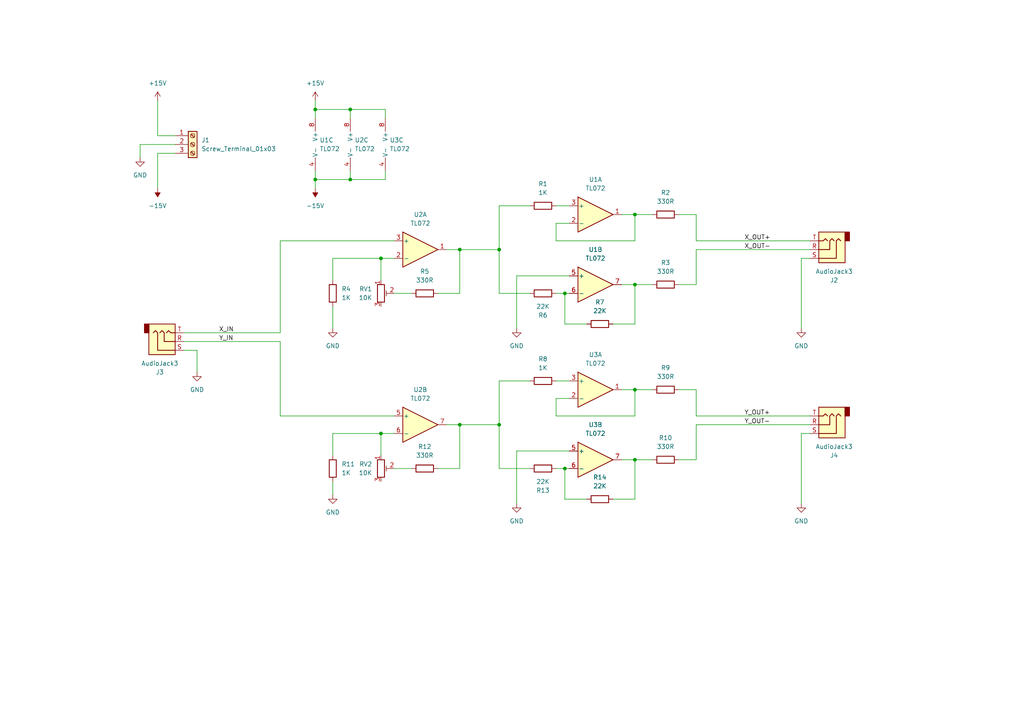
<source format=kicad_sch>
(kicad_sch (version 20250114) (generator "eeschema") (generator_version "9.0")
  (paper "A4")
  (lib_symbols
    (symbol "Amplifier_Operational:TL072" (pin_names (offset 0.127))
      (property "Reference" "U" (at 0 5.08 0))
      (property "Value" "TL072" (at 0 -5.08 0))
      (symbol "TL072_1_1"
        (polyline (pts (xy -5.08 5.08) (xy 5.08 0) (xy -5.08 -5.08) (xy -5.08 5.08)) (stroke (width 0.254)) (fill (type background)))
        (pin input line (at -7.62 2.54 0) (length 2.54) (name "+") (number "3"))
        (pin input line (at -7.62 -2.54 0) (length 2.54) (name "-") (number "2"))
        (pin output line (at 7.62 0 180) (length 2.54) (name "~") (number "1"))
      )
      (symbol "TL072_2_1"
        (polyline (pts (xy -5.08 5.08) (xy 5.08 0) (xy -5.08 -5.08) (xy -5.08 5.08)) (stroke (width 0.254)) (fill (type background)))
        (pin input line (at -7.62 2.54 0) (length 2.54) (name "+") (number "5"))
        (pin input line (at -7.62 -2.54 0) (length 2.54) (name "-") (number "6"))
        (pin output line (at 7.62 0 180) (length 2.54) (name "~") (number "7"))
      )
      (symbol "TL072_3_1"
        (pin power_in line (at -2.54 7.62 270) (length 3.81) (name "V+") (number "8"))
        (pin power_in line (at -2.54 -7.62 90) (length 3.81) (name "V-") (number "4"))
      )
    )
    (symbol "Connector:Screw_Terminal_01x03" (pin_names (offset 1.016) (hide yes))
      (property "Reference" "J" (at 0 5.08 0))
      (property "Value" "Screw_Terminal_01x03" (at 0 -5.08 0))
      (symbol "Screw_Terminal_01x03_1_1"
        (rectangle (start -1.27 3.81) (end 1.27 -3.81) (stroke (width 0.254)) (fill (type background)))
        (polyline (pts (xy -0.5334 2.8702) (xy 0.3302 2.032)) (stroke (width 0.1524)))
        (polyline (pts (xy -0.5334 0.3302) (xy 0.3302 -0.508)) (stroke (width 0.1524)))
        (polyline (pts (xy -0.5334 -2.2098) (xy 0.3302 -3.048)) (stroke (width 0.1524)))
        (polyline (pts (xy -0.3556 3.048) (xy 0.508 2.2098)) (stroke (width 0.1524)))
        (polyline (pts (xy -0.3556 0.508) (xy 0.508 -0.3302)) (stroke (width 0.1524)))
        (polyline (pts (xy -0.3556 -2.032) (xy 0.508 -2.8702)) (stroke (width 0.1524)))
        (circle (center 0 2.54) (radius 0.635) (stroke (width 0.1524)))
        (circle (center 0 0) (radius 0.635) (stroke (width 0.1524)))
        (circle (center 0 -2.54) (radius 0.635) (stroke (width 0.1524)))
        (pin passive line (at -5.08 2.54 0) (length 3.81) (name "Pin_1") (number "1"))
        (pin passive line (at -5.08 0 0) (length 3.81) (name "Pin_2") (number "2"))
        (pin passive line (at -5.08 -2.54 0) (length 3.81) (name "Pin_3") (number "3"))
      )
    )
    (symbol "Connector_Audio:AudioJack3"
      (property "Reference" "J" (at 0 8.89 0))
      (property "Value" "AudioJack3" (at 0 6.35 0))
      (symbol "AudioJack3_0_1"
        (rectangle (start -5.08 -5.08) (end -6.35 -2.54) (stroke (width 0.254)) (fill (type outline)))
        (polyline (pts (xy -1.905 -2.54) (xy -1.27 -3.175) (xy -0.635 -2.54) (xy -0.635 0) (xy 2.54 0)) (stroke (width 0.254)))
        (polyline (pts (xy 0 -2.54) (xy 0.635 -3.175) (xy 1.27 -2.54) (xy 2.54 -2.54)) (stroke (width 0.254)))
        (rectangle (start 2.54 3.81) (end -5.08 -5.08) (stroke (width 0.254)) (fill (type background)))
        (polyline (pts (xy 2.54 2.54) (xy -2.54 2.54) (xy -2.54 -2.54) (xy -3.175 -3.175) (xy -3.81 -2.54)) (stroke (width 0.254)))
      )
      (symbol "AudioJack3_1_1"
        (pin passive line (at 5.08 2.54 180) (length 2.54) (name "~") (number "S"))
        (pin passive line (at 5.08 0 180) (length 2.54) (name "~") (number "R"))
        (pin passive line (at 5.08 -2.54 180) (length 2.54) (name "~") (number "T"))
      )
    )
    (symbol "Device:R" (pin_numbers (hide yes)) (pin_names (offset 0))
      (property "Reference" "R" (at 2.032 0 90))
      (property "Value" "R" (at 0 0 90))
      (symbol "R_0_1"
        (rectangle (start -1.016 -2.54) (end 1.016 2.54) (stroke (width 0.254)))
      )
      (symbol "R_1_1"
        (pin passive line (at 0 3.81 270) (length 1.27) (name "~") (number "1"))
        (pin passive line (at 0 -3.81 90) (length 1.27) (name "~") (number "2"))
      )
    )
    (symbol "Device:R_Potentiometer_Trim" (pin_names (offset 1.016) (hide yes))
      (property "Reference" "RV" (at -4.445 0 90))
      (property "Value" "R_Potentiometer_Trim" (at -2.54 0 90))
      (symbol "R_Potentiometer_Trim_0_1"
        (rectangle (start 1.016 2.54) (end -1.016 -2.54) (stroke (width 0.254)))
        (polyline (pts (xy 1.524 0.762) (xy 1.524 -0.762)))
        (polyline (pts (xy 2.54 0) (xy 1.524 0)))
      )
      (symbol "R_Potentiometer_Trim_1_1"
        (pin passive line (at 0 3.81 270) (length 1.27) (name "1") (number "1"))
        (pin passive line (at 0 -3.81 90) (length 1.27) (name "3") (number "3"))
        (pin passive line (at 3.81 0 180) (length 1.27) (name "2") (number "2"))
      )
    )
    (symbol "power:+15V" (power) (pin_numbers (hide yes)) (pin_names (offset 0) (hide yes))
      (property "Value" "+15V" (at 0 3.556 0))
      (symbol "+15V_0_1"
        (polyline (pts (xy -0.762 1.27) (xy 0 2.54)))
        (polyline (pts (xy 0 2.54) (xy 0.762 1.27)))
        (polyline (pts (xy 0 0) (xy 0 2.54)))
      )
      (symbol "+15V_1_1"
        (pin power_in line (at 0 0 90) (length 0) (name "~") (number "1"))
      )
    )
    (symbol "power:-15V" (power) (pin_numbers (hide yes)) (pin_names (offset 0) (hide yes))
      (property "Value" "-15V" (at 0 3.556 0))
      (symbol "-15V_0_0"
        (pin power_in line (at 0 0 90) (length 0) (name "~") (number "1"))
      )
      (symbol "-15V_0_1"
        (polyline (pts (xy 0 0) (xy 0 1.27) (xy 0.762 1.27) (xy 0 2.54) (xy -0.762 1.27) (xy 0 1.27)) (fill (type outline)))
      )
    )
    (symbol "power:GND" (power) (pin_numbers (hide yes)) (pin_names (offset 0) (hide yes))
      (property "Value" "GND" (at 0 -3.81 0))
      (symbol "GND_0_1"
        (polyline (pts (xy 0 0) (xy 0 -1.27) (xy 1.27 -1.27) (xy 0 -2.54) (xy -1.27 -1.27) (xy 0 -1.27)))
      )
      (symbol "GND_1_1"
        (pin power_in line (at 0 0 270) (length 0) (name "~") (number "1"))
      )
    )
  )
  (junction (at 144.78 72.39))
  (junction (at 144.78 123.19))
  (junction (at 163.83 135.89))
  (junction (at 163.83 85.09))
  (junction (at 184.15 113.03))
  (junction (at 101.6 52.07))
  (junction (at 184.15 62.23))
  (junction (at 133.35 72.39))
  (junction (at 91.44 52.07))
  (junction (at 110.49 74.93))
  (junction (at 91.44 31.75))
  (junction (at 110.49 125.73))
  (junction (at 101.6 31.75))
  (junction (at 184.15 133.35))
  (junction (at 184.15 82.55))
  (junction (at 133.35 123.19))
  (wire (pts (xy 129.54 72.39) (xy 133.35 72.39)))
  (wire (pts (xy 114.3 125.73) (xy 110.49 125.73)))
  (wire (pts (xy 129.54 123.19) (xy 133.35 123.19)))
  (wire (pts (xy 161.29 85.09) (xy 163.83 85.09)))
  (wire (pts (xy 57.15 101.6) (xy 57.15 107.95)))
  (wire (pts (xy 101.6 52.07) (xy 91.44 52.07)))
  (wire (pts (xy 201.93 123.19) (xy 234.95 123.19)))
  (wire (pts (xy 184.15 93.98) (xy 184.15 82.55)))
  (wire (pts (xy 161.29 120.65) (xy 184.15 120.65)))
  (wire (pts (xy 91.44 49.53) (xy 91.44 52.07)))
  (wire (pts (xy 234.95 74.93) (xy 232.41 74.93)))
  (wire (pts (xy 163.83 85.09) (xy 163.83 93.98)))
  (wire (pts (xy 232.41 125.73) (xy 232.41 146.05)))
  (wire (pts (xy 96.52 125.73) (xy 96.52 132.08)))
  (wire (pts (xy 163.83 93.98) (xy 170.18 93.98)))
  (wire (pts (xy 114.3 85.09) (xy 119.38 85.09)))
  (wire (pts (xy 45.72 44.45) (xy 45.72 54.61)))
  (wire (pts (xy 101.6 31.75) (xy 111.76 31.75)))
  (wire (pts (xy 201.93 72.39) (xy 234.95 72.39)))
  (wire (pts (xy 40.64 41.91) (xy 40.64 45.72)))
  (wire (pts (xy 234.95 125.73) (xy 232.41 125.73)))
  (wire (pts (xy 184.15 133.35) (xy 180.34 133.35)))
  (wire (pts (xy 101.6 49.53) (xy 101.6 52.07)))
  (wire (pts (xy 184.15 113.03) (xy 189.23 113.03)))
  (wire (pts (xy 91.44 31.75) (xy 101.6 31.75)))
  (wire (pts (xy 111.76 31.75) (xy 111.76 34.29)))
  (wire (pts (xy 161.29 59.69) (xy 165.1 59.69)))
  (wire (pts (xy 96.52 125.73) (xy 110.49 125.73)))
  (wire (pts (xy 133.35 123.19) (xy 133.35 135.89)))
  (wire (pts (xy 201.93 82.55) (xy 201.93 72.39)))
  (wire (pts (xy 180.34 113.03) (xy 184.15 113.03)))
  (wire (pts (xy 45.72 29.21) (xy 45.72 39.37)))
  (wire (pts (xy 165.1 115.57) (xy 161.29 115.57)))
  (wire (pts (xy 201.93 62.23) (xy 201.93 69.85)))
  (wire (pts (xy 201.93 69.85) (xy 234.95 69.85)))
  (wire (pts (xy 161.29 115.57) (xy 161.29 120.65)))
  (wire (pts (xy 111.76 49.53) (xy 111.76 52.07)))
  (wire (pts (xy 144.78 123.19) (xy 144.78 135.89)))
  (wire (pts (xy 53.34 101.6) (xy 57.15 101.6)))
  (wire (pts (xy 177.8 93.98) (xy 184.15 93.98)))
  (wire (pts (xy 53.34 96.52) (xy 81.28 96.52)))
  (wire (pts (xy 201.93 133.35) (xy 201.93 123.19)))
  (wire (pts (xy 201.93 113.03) (xy 201.93 120.65)))
  (wire (pts (xy 114.3 135.89) (xy 119.38 135.89)))
  (wire (pts (xy 133.35 135.89) (xy 127 135.89)))
  (wire (pts (xy 144.78 59.69) (xy 153.67 59.69)))
  (wire (pts (xy 165.1 130.81) (xy 149.86 130.81)))
  (wire (pts (xy 163.83 135.89) (xy 165.1 135.89)))
  (wire (pts (xy 196.85 62.23) (xy 201.93 62.23)))
  (wire (pts (xy 144.78 135.89) (xy 153.67 135.89)))
  (wire (pts (xy 163.83 135.89) (xy 163.83 144.78)))
  (wire (pts (xy 96.52 88.9) (xy 96.52 95.25)))
  (wire (pts (xy 144.78 85.09) (xy 153.67 85.09)))
  (wire (pts (xy 149.86 130.81) (xy 149.86 146.05)))
  (wire (pts (xy 161.29 110.49) (xy 165.1 110.49)))
  (wire (pts (xy 196.85 82.55) (xy 201.93 82.55)))
  (wire (pts (xy 184.15 62.23) (xy 189.23 62.23)))
  (wire (pts (xy 161.29 64.77) (xy 161.29 69.85)))
  (wire (pts (xy 184.15 113.03) (xy 184.15 120.65)))
  (wire (pts (xy 196.85 113.03) (xy 201.93 113.03)))
  (wire (pts (xy 96.52 74.93) (xy 96.52 81.28)))
  (wire (pts (xy 50.8 41.91) (xy 40.64 41.91)))
  (wire (pts (xy 91.44 29.21) (xy 91.44 31.75)))
  (wire (pts (xy 184.15 82.55) (xy 180.34 82.55)))
  (wire (pts (xy 149.86 80.01) (xy 149.86 95.25)))
  (wire (pts (xy 165.1 64.77) (xy 161.29 64.77)))
  (wire (pts (xy 196.85 133.35) (xy 201.93 133.35)))
  (wire (pts (xy 184.15 62.23) (xy 184.15 69.85)))
  (wire (pts (xy 177.8 144.78) (xy 184.15 144.78)))
  (wire (pts (xy 144.78 110.49) (xy 153.67 110.49)))
  (wire (pts (xy 81.28 69.85) (xy 114.3 69.85)))
  (wire (pts (xy 161.29 135.89) (xy 163.83 135.89)))
  (wire (pts (xy 101.6 31.75) (xy 101.6 34.29)))
  (wire (pts (xy 133.35 72.39) (xy 133.35 85.09)))
  (wire (pts (xy 144.78 72.39) (xy 144.78 59.69)))
  (wire (pts (xy 96.52 74.93) (xy 110.49 74.93)))
  (wire (pts (xy 81.28 96.52) (xy 81.28 69.85)))
  (wire (pts (xy 50.8 44.45) (xy 45.72 44.45)))
  (wire (pts (xy 184.15 144.78) (xy 184.15 133.35)))
  (wire (pts (xy 144.78 110.49) (xy 144.78 123.19)))
  (wire (pts (xy 133.35 123.19) (xy 144.78 123.19)))
  (wire (pts (xy 81.28 99.06) (xy 53.34 99.06)))
  (wire (pts (xy 184.15 82.55) (xy 189.23 82.55)))
  (wire (pts (xy 163.83 85.09) (xy 165.1 85.09)))
  (wire (pts (xy 184.15 133.35) (xy 189.23 133.35)))
  (wire (pts (xy 114.3 74.93) (xy 110.49 74.93)))
  (wire (pts (xy 110.49 74.93) (xy 110.49 81.28)))
  (wire (pts (xy 110.49 125.73) (xy 110.49 132.08)))
  (wire (pts (xy 133.35 85.09) (xy 127 85.09)))
  (wire (pts (xy 201.93 120.65) (xy 234.95 120.65)))
  (wire (pts (xy 133.35 72.39) (xy 144.78 72.39)))
  (wire (pts (xy 165.1 80.01) (xy 149.86 80.01)))
  (wire (pts (xy 91.44 31.75) (xy 91.44 34.29)))
  (wire (pts (xy 91.44 52.07) (xy 91.44 54.61)))
  (wire (pts (xy 96.52 139.7) (xy 96.52 143.51)))
  (wire (pts (xy 161.29 69.85) (xy 184.15 69.85)))
  (wire (pts (xy 144.78 72.39) (xy 144.78 85.09)))
  (wire (pts (xy 81.28 120.65) (xy 114.3 120.65)))
  (wire (pts (xy 45.72 39.37) (xy 50.8 39.37)))
  (wire (pts (xy 81.28 99.06) (xy 81.28 120.65)))
  (wire (pts (xy 232.41 74.93) (xy 232.41 95.25)))
  (wire (pts (xy 180.34 62.23) (xy 184.15 62.23)))
  (wire (pts (xy 163.83 144.78) (xy 170.18 144.78)))
  (wire (pts (xy 111.76 52.07) (xy 101.6 52.07)))
  (label "X_OUT+" (at 215.9 69.85 0))
  (label "Y_OUT-" (at 215.9 123.19 0))
  (label "Y_IN" (at 63.5 99.06 0))
  (label "X_IN" (at 63.5 96.52 0))
  (label "X_OUT-" (at 215.9 72.39 0))
  (label "Y_OUT+" (at 215.9 120.65 0))
  (symbol (lib_id "Device:R") (at 157.48 59.69 90) (unit 1)
    (property "Reference" "R1" (at 157.48 53.34 90))
    (property "Value" "1K" (at 157.48 55.88 90))
    (property "Description" "Resistor" (effects (hide yes)))
  )
  (symbol (lib_id "Connector:Screw_Terminal_01x03") (at 55.88 41.91 0) (unit 1)
    (property "Reference" "J1" (at 58.42 40.6399 0) (effects (justify left)))
    (property "Value" "Screw_Terminal_01x03" (at 58.42 43.1799 0) (effects (justify left)))
    (property "Description" "Generic screw terminal, single row, 01x03, script generated (kicad-library-utils/schlib/autogen/connector/)" (effects (hide yes)))
  )
  (symbol (lib_id "Connector_Audio:AudioJack3") (at 48.26 99.06 0) (mirror x) (unit 1)
    (property "Reference" "J3" (at 46.355 107.95 0))
    (property "Value" "AudioJack3" (at 46.355 105.41 0))
    (property "Description" "Audio Jack, 3 Poles (Stereo / TRS)" (effects (hide yes)))
  )
  (symbol (lib_id "Amplifier_Operational:TL072") (at 172.72 62.23 0) (unit 1)
    (property "Reference" "U1" (at 172.72 52.07 0))
    (property "Value" "TL072" (at 172.72 54.61 0))
    (property "Datasheet" "http://www.ti.com/lit/ds/symlink/tl071.pdf" (effects (hide yes)))
    (property "Description" "Dual Low-Noise JFET-Input Operational Amplifiers, DIP-8/SOIC-8" (effects (hide yes)))
  )
  (symbol (lib_id "power:GND") (at 149.86 95.25 0) (unit 1)
    (property "Reference" "#PWR07" (effects (hide yes)))
    (property "Value" "GND" (at 149.86 100.33 0))
    (property "Description" "Power symbol creates a global label with name \"GND\" , ground" (effects (hide yes)))
  )
  (symbol (lib_id "power:GND") (at 57.15 107.95 0) (unit 1)
    (property "Reference" "#PWR09" (effects (hide yes)))
    (property "Value" "GND" (at 57.15 113.03 0))
    (property "Description" "Power symbol creates a global label with name \"GND\" , ground" (effects (hide yes)))
  )
  (symbol (lib_id "Device:R") (at 157.48 110.49 90) (unit 1)
    (property "Reference" "R8" (at 157.48 104.14 90))
    (property "Value" "1K" (at 157.48 106.68 90))
    (property "Description" "Resistor" (effects (hide yes)))
  )
  (symbol (lib_id "Device:R") (at 193.04 82.55 90) (unit 1)
    (property "Reference" "R3" (at 193.04 76.2 90))
    (property "Value" "330R" (at 193.04 78.74 90))
    (property "Description" "Resistor" (effects (hide yes)))
  )
  (symbol (lib_id "Device:R") (at 193.04 113.03 90) (unit 1)
    (property "Reference" "R9" (at 193.04 106.68 90))
    (property "Value" "330R" (at 193.04 109.22 90))
    (property "Description" "Resistor" (effects (hide yes)))
  )
  (symbol (lib_id "power:GND") (at 149.86 146.05 0) (unit 1)
    (property "Reference" "#PWR011" (effects (hide yes)))
    (property "Value" "GND" (at 149.86 151.13 0))
    (property "Description" "Power symbol creates a global label with name \"GND\" , ground" (effects (hide yes)))
  )
  (symbol (lib_id "Device:R") (at 157.48 85.09 90) (mirror x) (unit 1)
    (property "Reference" "R6" (at 157.48 91.44 90))
    (property "Value" "22K" (at 157.48 88.9 90))
    (property "Description" "Resistor" (effects (hide yes)))
  )
  (symbol (lib_id "power:GND") (at 232.41 95.25 0) (unit 1)
    (property "Reference" "#PWR08" (effects (hide yes)))
    (property "Value" "GND" (at 232.41 100.33 0))
    (property "Description" "Power symbol creates a global label with name \"GND\" , ground" (effects (hide yes)))
  )
  (symbol (lib_id "power:-15V") (at 45.72 54.61 0) (mirror x) (unit 1)
    (property "Reference" "#PWR04" (effects (hide yes)))
    (property "Value" "-15V" (at 45.72 59.69 0))
    (property "Description" "Power symbol creates a global label with name \"-15V\"" (effects (hide yes)))
  )
  (symbol (lib_id "Device:R") (at 173.99 144.78 90) (unit 1)
    (property "Reference" "R14" (at 173.99 138.43 90))
    (property "Value" "22K" (at 173.99 140.97 90))
    (property "Description" "Resistor" (effects (hide yes)))
  )
  (symbol (lib_id "power:+15V") (at 91.44 29.21 0) (unit 1)
    (property "Reference" "#PWR02" (effects (hide yes)))
    (property "Value" "+15V" (at 91.44 24.13 0))
    (property "Description" "Power symbol creates a global label with name \"+15V\"" (effects (hide yes)))
  )
  (symbol (lib_id "Device:R") (at 96.52 85.09 0) (unit 1)
    (property "Reference" "R4" (at 99.06 83.8199 0) (effects (justify left)))
    (property "Value" "1K" (at 99.06 86.3599 0) (effects (justify left)))
    (property "Description" "Resistor" (effects (hide yes)))
  )
  (symbol (lib_id "Device:R") (at 173.99 93.98 90) (unit 1)
    (property "Reference" "R7" (at 173.99 87.63 90))
    (property "Value" "22K" (at 173.99 90.17 90))
    (property "Description" "Resistor" (effects (hide yes)))
  )
  (symbol (lib_id "Amplifier_Operational:TL072") (at 172.72 133.35 0) (unit 2)
    (property "Reference" "U3" (at 172.72 123.19 0))
    (property "Value" "TL072" (at 172.72 125.73 0))
    (property "Datasheet" "http://www.ti.com/lit/ds/symlink/tl071.pdf" (effects (hide yes)))
    (property "Description" "Dual Low-Noise JFET-Input Operational Amplifiers, DIP-8/SOIC-8" (effects (hide yes)))
  )
  (symbol (lib_id "Amplifier_Operational:TL072") (at 172.72 82.55 0) (unit 2)
    (property "Reference" "U1" (at 172.72 72.39 0))
    (property "Value" "TL072" (at 172.72 74.93 0))
    (property "Datasheet" "http://www.ti.com/lit/ds/symlink/tl071.pdf" (effects (hide yes)))
    (property "Description" "Dual Low-Noise JFET-Input Operational Amplifiers, DIP-8/SOIC-8" (effects (hide yes)))
  )
  (symbol (lib_id "power:+15V") (at 45.72 29.21 0) (unit 1)
    (property "Reference" "#PWR01" (effects (hide yes)))
    (property "Value" "+15V" (at 45.72 24.13 0))
    (property "Description" "Power symbol creates a global label with name \"+15V\"" (effects (hide yes)))
  )
  (symbol (lib_id "Amplifier_Operational:TL072") (at 172.72 113.03 0) (unit 1)
    (property "Reference" "U3" (at 172.72 102.87 0))
    (property "Value" "TL072" (at 172.72 105.41 0))
    (property "Datasheet" "http://www.ti.com/lit/ds/symlink/tl071.pdf" (effects (hide yes)))
    (property "Description" "Dual Low-Noise JFET-Input Operational Amplifiers, DIP-8/SOIC-8" (effects (hide yes)))
  )
  (symbol (lib_id "Amplifier_Operational:TL072") (at 121.92 123.19 0) (unit 2)
    (property "Reference" "U2" (at 121.92 113.03 0))
    (property "Value" "TL072" (at 121.92 115.57 0))
    (property "Datasheet" "http://www.ti.com/lit/ds/symlink/tl071.pdf" (effects (hide yes)))
    (property "Description" "Dual Low-Noise JFET-Input Operational Amplifiers, DIP-8/SOIC-8" (effects (hide yes)))
  )
  (symbol (lib_id "Device:R") (at 193.04 62.23 90) (unit 1)
    (property "Reference" "R2" (at 193.04 55.88 90))
    (property "Value" "330R" (at 193.04 58.42 90))
    (property "Description" "Resistor" (effects (hide yes)))
  )
  (symbol (lib_id "Device:R") (at 96.52 135.89 0) (unit 1)
    (property "Reference" "R11" (at 99.06 134.6199 0) (effects (justify left)))
    (property "Value" "1K" (at 99.06 137.1599 0) (effects (justify left)))
    (property "Description" "Resistor" (effects (hide yes)))
  )
  (symbol (lib_id "power:GND") (at 96.52 143.51 0) (unit 1)
    (property "Reference" "#PWR010" (effects (hide yes)))
    (property "Value" "GND" (at 96.52 148.59 0))
    (property "Description" "Power symbol creates a global label with name \"GND\" , ground" (effects (hide yes)))
  )
  (symbol (lib_id "power:GND") (at 96.52 95.25 0) (unit 1)
    (property "Reference" "#PWR06" (effects (hide yes)))
    (property "Value" "GND" (at 96.52 100.33 0))
    (property "Description" "Power symbol creates a global label with name \"GND\" , ground" (effects (hide yes)))
  )
  (symbol (lib_id "Device:R") (at 123.19 135.89 90) (unit 1)
    (property "Reference" "R12" (at 123.19 129.54 90))
    (property "Value" "330R" (at 123.19 132.08 90))
    (property "Description" "Resistor" (effects (hide yes)))
  )
  (symbol (lib_id "Amplifier_Operational:TL072") (at 121.92 72.39 0) (unit 1)
    (property "Reference" "U2" (at 121.92 62.23 0))
    (property "Value" "TL072" (at 121.92 64.77 0))
    (property "Datasheet" "http://www.ti.com/lit/ds/symlink/tl071.pdf" (effects (hide yes)))
    (property "Description" "Dual Low-Noise JFET-Input Operational Amplifiers, DIP-8/SOIC-8" (effects (hide yes)))
  )
  (symbol (lib_id "Device:R_Potentiometer_Trim") (at 110.49 85.09 0) (unit 1)
    (property "Reference" "RV1" (at 107.95 83.8199 0) (effects (justify right)))
    (property "Value" "10K" (at 107.95 86.3599 0) (effects (justify right)))
    (property "Description" "Trim-potentiometer" (effects (hide yes)))
  )
  (symbol (lib_id "Amplifier_Operational:TL072") (at 114.3 41.91 0) (unit 3)
    (property "Reference" "U3" (at 113.03 40.6399 0) (effects (justify left)))
    (property "Value" "TL072" (at 113.03 43.1799 0) (effects (justify left)))
    (property "Datasheet" "http://www.ti.com/lit/ds/symlink/tl071.pdf" (effects (hide yes)))
    (property "Description" "Dual Low-Noise JFET-Input Operational Amplifiers, DIP-8/SOIC-8" (effects (hide yes)))
  )
  (symbol (lib_id "Connector_Audio:AudioJack3") (at 240.03 72.39 180) (unit 1)
    (property "Reference" "J2" (at 241.935 81.28 0))
    (property "Value" "AudioJack3" (at 241.935 78.74 0))
    (property "Description" "Audio Jack, 3 Poles (Stereo / TRS)" (effects (hide yes)))
  )
  (symbol (lib_id "Device:R_Potentiometer_Trim") (at 110.49 135.89 0) (unit 1)
    (property "Reference" "RV2" (at 107.95 134.6199 0) (effects (justify right)))
    (property "Value" "10K" (at 107.95 137.1599 0) (effects (justify right)))
    (property "Description" "Trim-potentiometer" (effects (hide yes)))
  )
  (symbol (lib_id "Connector_Audio:AudioJack3") (at 240.03 123.19 180) (unit 1)
    (property "Reference" "J4" (at 241.935 132.08 0))
    (property "Value" "AudioJack3" (at 241.935 129.54 0))
    (property "Description" "Audio Jack, 3 Poles (Stereo / TRS)" (effects (hide yes)))
  )
  (symbol (lib_id "Amplifier_Operational:TL072") (at 104.14 41.91 0) (unit 3)
    (property "Reference" "U2" (at 102.87 40.6399 0) (effects (justify left)))
    (property "Value" "TL072" (at 102.87 43.1799 0) (effects (justify left)))
    (property "Datasheet" "http://www.ti.com/lit/ds/symlink/tl071.pdf" (effects (hide yes)))
    (property "Description" "Dual Low-Noise JFET-Input Operational Amplifiers, DIP-8/SOIC-8" (effects (hide yes)))
  )
  (symbol (lib_id "power:GND") (at 40.64 45.72 0) (unit 1)
    (property "Reference" "#PWR03" (effects (hide yes)))
    (property "Value" "GND" (at 40.64 50.8 0))
    (property "Description" "Power symbol creates a global label with name \"GND\" , ground" (effects (hide yes)))
  )
  (symbol (lib_id "Amplifier_Operational:TL072") (at 93.98 41.91 0) (unit 3)
    (property "Reference" "U1" (at 92.71 40.6399 0) (effects (justify left)))
    (property "Value" "TL072" (at 92.71 43.1799 0) (effects (justify left)))
    (property "Datasheet" "http://www.ti.com/lit/ds/symlink/tl071.pdf" (effects (hide yes)))
    (property "Description" "Dual Low-Noise JFET-Input Operational Amplifiers, DIP-8/SOIC-8" (effects (hide yes)))
  )
  (symbol (lib_id "power:-15V") (at 91.44 54.61 0) (mirror x) (unit 1)
    (property "Reference" "#PWR05" (effects (hide yes)))
    (property "Value" "-15V" (at 91.44 59.69 0))
    (property "Description" "Power symbol creates a global label with name \"-15V\"" (effects (hide yes)))
  )
  (symbol (lib_id "Device:R") (at 157.48 135.89 90) (mirror x) (unit 1)
    (property "Reference" "R13" (at 157.48 142.24 90))
    (property "Value" "22K" (at 157.48 139.7 90))
    (property "Description" "Resistor" (effects (hide yes)))
  )
  (symbol (lib_id "power:GND") (at 232.41 146.05 0) (unit 1)
    (property "Reference" "#PWR012" (effects (hide yes)))
    (property "Value" "GND" (at 232.41 151.13 0))
    (property "Description" "Power symbol creates a global label with name \"GND\" , ground" (effects (hide yes)))
  )
  (symbol (lib_id "Device:R") (at 193.04 133.35 90) (unit 1)
    (property "Reference" "R10" (at 193.04 127 90))
    (property "Value" "330R" (at 193.04 129.54 90))
    (property "Description" "Resistor" (effects (hide yes)))
  )
  (symbol (lib_id "Device:R") (at 123.19 85.09 90) (unit 1)
    (property "Reference" "R5" (at 123.19 78.74 90))
    (property "Value" "330R" (at 123.19 81.28 90))
    (property "Description" "Resistor" (effects (hide yes)))
  )
)
</source>
